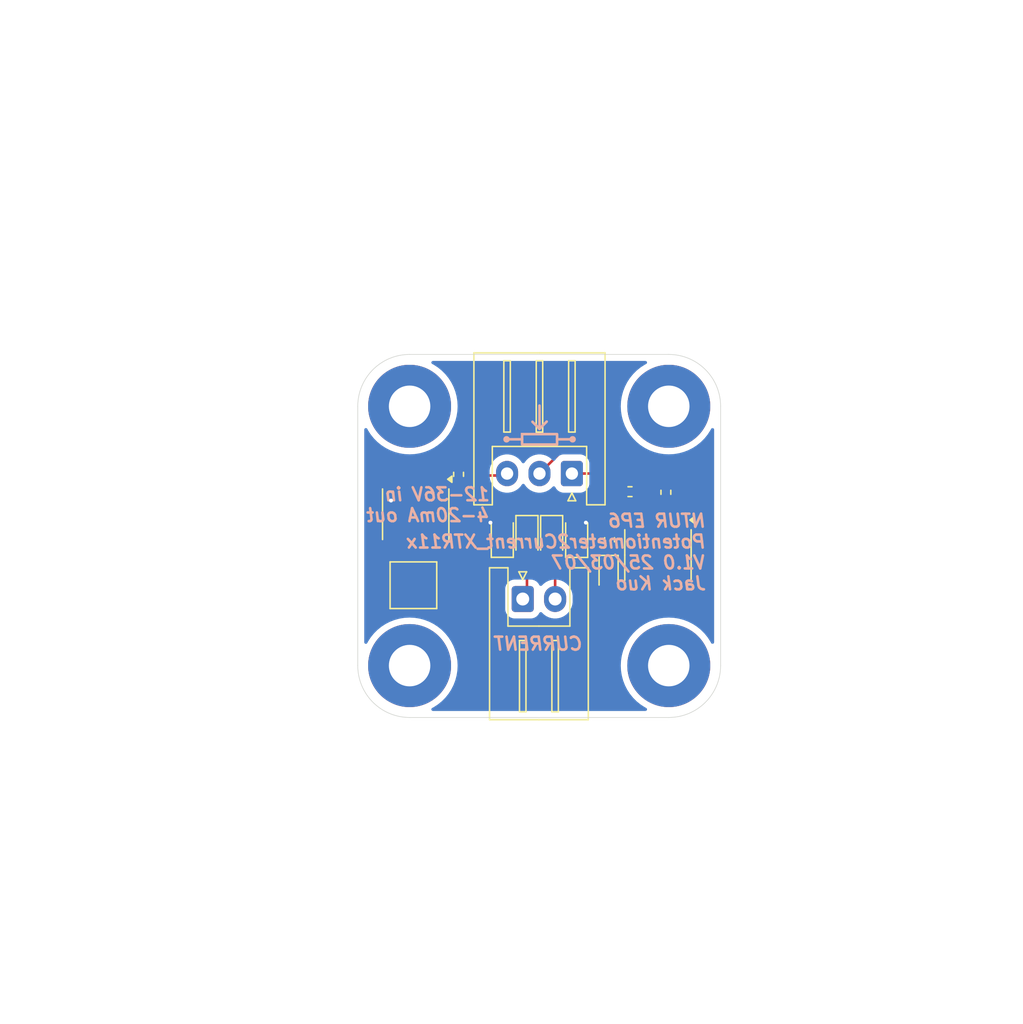
<source format=kicad_pcb>
(kicad_pcb (version 20240108) (generator "pcbnew") (generator_version "8.0")
  (title_block (title "Potentiometer2Current_XTR11x") (date "2025-03-07") (rev "1.0") (company "NTURacing") (comment 1 "Jack Kuo"))
  (layers (0 "F.Cu" signal) (31 "B.Cu" signal) (34 "B.Paste" user) (35 "F.Paste" user) (36 "B.SilkS" user "B.Silkscreen") (37 "F.SilkS" user "F.Silkscreen") (38 "B.Mask" user) (39 "F.Mask" user) (44 "Edge.Cuts" user))
  (net 0 "")
  (net 1 "GND")
  (net 2 "Net-(D1-K)")
  (net 3 "VCC")
  (net 4 "Net-(D3-A)")
  (net 5 "Net-(Q2-E)")
  (net 6 "Net-(Q2-B)")
  (net 7 "Net-(U1A--)")
  (net 11 "Net-(U1C-V-)")
  (net 24 "Net-(U3-VREF)")
  (net 25 "Net-(U3-IIN)")
  (net 26 "Net-(J2-Pin_3)")
  (net 27 "Net-(J2-Pin_1)")
  (net 28 "Net-(J2-Pin_2)")
  (net 29 "Net-(D5-A)")
  (net 30 "Net-(D5-K)")
  (footprint "Resistor_SMD:R_0402_1005Metric" (layer "F.Cu") (at 144.1958 84.9864 90)
    (property "Reference" "R3" (hide yes))
    (property "Value" "10k")
    (fp_line (start -0.153641 -0.38) (end 0.153641 -0.38) (stroke (width 0.12)) (layer "F.SilkS"))
    (fp_line (start -0.153641 0.38) (end 0.153641 0.38) (stroke (width 0.12)) (layer "F.SilkS"))
    (pad "1" smd roundrect (at -0.51 0 90) (size 0.54 0.64) (layers "F.Cu" "F.Paste" "F.Mask") (net 7 "Net-(U1A--)"))
    (pad "2" smd roundrect (at 0.51 0 90) (size 0.54 0.64) (layers "F.Cu" "F.Paste" "F.Mask") (net 25 "Net-(U3-IIN)"))
  )
  (footprint "Resistor_SMD:R_0402_1005Metric" (layer "F.Cu") (at 128.2 83.6 90)
    (property "Reference" "R2" (hide yes))
    (property "Value" "1k")
    (fp_line (start -0.153641 -0.38) (end 0.153641 -0.38) (stroke (width 0.12)) (layer "F.SilkS"))
    (fp_line (start -0.153641 0.38) (end 0.153641 0.38) (stroke (width 0.12)) (layer "F.SilkS"))
    (pad "1" smd roundrect (at -0.51 0 90) (size 0.54 0.64) (layers "F.Cu" "F.Paste" "F.Mask") (net 24 "Net-(U3-VREF)"))
    (pad "2" smd roundrect (at 0.51 0 90) (size 0.54 0.64) (layers "F.Cu" "F.Paste" "F.Mask") (net 26 "Net-(J2-Pin_3)"))
  )
  (footprint "MountingHole:MountingHole_3.2mm_M3_Pad_TopBottom" (layer "F.Cu") (at 124.4201 98.3541)
    (property "Reference" "H2" (hide yes))
    (property "Value" "MountingHole_Pad")
    (pad "1" thru_hole circle (at 0 0) (size 3.6 3.6) (drill 3.2) (layers "*.Cu" "*.Mask"))
    (pad "1" connect circle (at 0 0) (size 6.4 6.4) (layers "F.Cu" "F.Mask"))
    (pad "1" connect circle (at 0 0) (size 6.4 6.4) (layers "B.Cu" "B.Mask"))
  )
  (footprint "MountingHole:MountingHole_3.2mm_M3_Pad_TopBottom" (layer "F.Cu") (at 144.4201 78.3541)
    (property "Reference" "H4" (hide yes))
    (property "Value" "MountingHole_Pad")
    (pad "1" thru_hole circle (at 0 0) (size 3.6 3.6) (drill 3.2) (layers "*.Cu" "*.Mask"))
    (pad "1" connect circle (at 0 0) (size 6.4 6.4) (layers "F.Cu" "F.Mask"))
    (pad "1" connect circle (at 0 0) (size 6.4 6.4) (layers "B.Cu" "B.Mask"))
  )
  (footprint "Diode_SMD:D_SOD-323" (layer "F.Cu") (at 135.382 88.392 -90)
    (property "Reference" "D2" (hide yes))
    (property "Value" "1N4148")
    (fp_line (start -1.61 0.85) (end 1.05 0.85) (stroke (width 0.12)) (layer "F.SilkS"))
    (fp_line (start -1.61 -0.85) (end -1.61 0.85) (stroke (width 0.12)) (layer "F.SilkS"))
    (fp_line (start -1.61 -0.85) (end 1.05 -0.85) (stroke (width 0.12)) (layer "F.SilkS"))
    (pad "1" smd roundrect (at -1.05 0 270) (size 0.6 0.45) (layers "F.Cu" "F.Paste" "F.Mask") (net 3 "VCC"))
    (pad "2" smd roundrect (at 1.05 0 270) (size 0.6 0.45) (layers "F.Cu" "F.Paste" "F.Mask") (net 2 "Net-(D1-K)"))
  )
  (footprint "Diode_SMD:D_SOD-323" (layer "F.Cu") (at 133.477 88.392 -90)
    (property "Reference" "D3" (hide yes))
    (property "Value" "1N4148")
    (fp_line (start -1.61 0.85) (end 1.05 0.85) (stroke (width 0.12)) (layer "F.SilkS"))
    (fp_line (start -1.61 -0.85) (end -1.61 0.85) (stroke (width 0.12)) (layer "F.SilkS"))
    (fp_line (start -1.61 -0.85) (end 1.05 -0.85) (stroke (width 0.12)) (layer "F.SilkS"))
    (pad "1" smd roundrect (at -1.05 0 270) (size 0.6 0.45) (layers "F.Cu" "F.Paste" "F.Mask") (net 3 "VCC"))
    (pad "2" smd roundrect (at 1.05 0 270) (size 0.6 0.45) (layers "F.Cu" "F.Paste" "F.Mask") (net 4 "Net-(D3-A)"))
  )
  (footprint "LED_SMD:LED_0603_1608Metric" (layer "F.Cu") (at 139.7762 91.3384 -90)
    (property "Reference" "D5" (hide yes))
    (property "Value" "LED")
    (fp_line (start -1.485 0.735) (end 0.8 0.735) (stroke (width 0.12)) (layer "F.SilkS"))
    (fp_line (start -1.485 -0.735) (end -1.485 0.735) (stroke (width 0.12)) (layer "F.SilkS"))
    (fp_line (start 0.8 -0.735) (end -1.485 -0.735) (stroke (width 0.12)) (layer "F.SilkS"))
    (pad "1" smd roundrect (at -0.7875 0 270) (size 0.875 0.95) (layers "F.Cu" "F.Paste" "F.Mask") (net 30 "Net-(D5-K)"))
    (pad "2" smd roundrect (at 0.7875 0 270) (size 0.875 0.95) (layers "F.Cu" "F.Paste" "F.Mask") (net 29 "Net-(D5-A)"))
  )
  (footprint "Diode_SMD:D_SOD-323" (layer "F.Cu") (at 131.572 88.392 90)
    (property "Reference" "D4" (hide yes))
    (property "Value" "1N4148")
    (fp_line (start -1.61 -0.85) (end 1.05 -0.85) (stroke (width 0.12)) (layer "F.SilkS"))
    (fp_line (start -1.61 -0.85) (end -1.61 0.85) (stroke (width 0.12)) (layer "F.SilkS"))
    (fp_line (start -1.61 0.85) (end 1.05 0.85) (stroke (width 0.12)) (layer "F.SilkS"))
    (pad "1" smd roundrect (at -1.05 0 90) (size 0.6 0.45) (layers "F.Cu" "F.Paste" "F.Mask") (net 4 "Net-(D3-A)"))
    (pad "2" smd roundrect (at 1.05 0 90) (size 0.6 0.45) (layers "F.Cu" "F.Paste" "F.Mask") (net 1 "GND"))
  )
  (footprint "MountingHole:MountingHole_3.2mm_M3_Pad_TopBottom" (layer "F.Cu") (at 124.4201 78.3541)
    (property "Reference" "H1" (hide yes))
    (property "Value" "MountingHole_Pad")
    (pad "1" thru_hole circle (at 0 0) (size 3.6 3.6) (drill 3.2) (layers "*.Cu" "*.Mask"))
    (pad "1" connect circle (at 0 0) (size 6.4 6.4) (layers "F.Cu" "F.Mask"))
    (pad "1" connect circle (at 0 0) (size 6.4 6.4) (layers "B.Cu" "B.Mask"))
  )
  (footprint "Package_SO:SOIC-8_3.9x4.9mm_P1.27mm" (layer "F.Cu") (at 124.8918 86.679 -90)
    (property "Reference" "U3" (hide yes))
    (property "Value" "XTR116U")
    (fp_line (start 0 2.56) (end -1.95 2.56) (stroke (width 0.12)) (layer "F.SilkS"))
    (fp_line (start 0 2.56) (end 1.95 2.56) (stroke (width 0.12)) (layer "F.SilkS"))
    (fp_line (start 0 -2.56) (end -1.95 -2.56) (stroke (width 0.12)) (layer "F.SilkS"))
    (fp_line (start 0 -2.56) (end 1.95 -2.56) (stroke (width 0.12)) (layer "F.SilkS"))
    (fp_poly (pts (xy -2.7 -2.465) (xy -2.94 -2.795) (xy -2.46 -2.795) (xy -2.7 -2.465)) (stroke (width 0.12)) (fill solid) (layer "F.SilkS"))
    (pad "1" smd roundrect (at -2.475 -1.905 270) (size 1.95 0.6) (layers "F.Cu" "F.Paste" "F.Mask") (net 24 "Net-(U3-VREF)"))
    (pad "2" smd roundrect (at -2.475 -0.635 270) (size 1.95 0.6) (layers "F.Cu" "F.Paste" "F.Mask") (net 25 "Net-(U3-IIN)"))
    (pad "3" smd roundrect (at -2.475 0.635 270) (size 1.95 0.6) (layers "F.Cu" "F.Paste" "F.Mask") (net 11 "Net-(U1C-V-)"))
    (pad "4" smd roundrect (at -2.475 1.905 270) (size 1.95 0.6) (layers "F.Cu" "F.Paste" "F.Mask") (net 1 "GND"))
    (pad "5" smd roundrect (at 2.475 1.905 270) (size 1.95 0.6) (layers "F.Cu" "F.Paste" "F.Mask") (net 5 "Net-(Q2-E)"))
    (pad "6" smd roundrect (at 2.475 0.635 270) (size 1.95 0.6) (layers "F.Cu" "F.Paste" "F.Mask") (net 6 "Net-(Q2-B)"))
    (pad "7" smd roundrect (at 2.475 -0.635 270) (size 1.95 0.6) (layers "F.Cu" "F.Paste" "F.Mask") (net 3 "VCC"))
    (pad "8" smd roundrect (at 2.475 -1.905 270) (size 1.95 0.6) (layers "F.Cu" "F.Paste" "F.Mask") (net 29 "Net-(D5-A)"))
  )
  (footprint "Connector_JST:JST_XH_S2B-XH-A_1x02_P2.50mm_Horizontal" (layer "F.Cu") (at 133.1501 93.218)
    (property "Reference" "J1" (hide yes))
    (property "Value" "current")
    (fp_line (start -2.56 -2.41) (end -1.14 -2.41) (stroke (width 0.12)) (layer "F.SilkS"))
    (fp_line (start -2.56 9.31) (end -2.56 -2.41) (stroke (width 0.12)) (layer "F.SilkS"))
    (fp_line (start -1.14 -2.41) (end -1.14 2.09) (stroke (width 0.12)) (layer "F.SilkS"))
    (fp_line (start -1.14 2.09) (end 1.25 2.09) (stroke (width 0.12)) (layer "F.SilkS"))
    (fp_line (start -0.3 -2.1) (end 0.3 -2.1) (stroke (width 0.12)) (layer "F.SilkS"))
    (fp_line (start -0.25 3.2) (end -0.25 8.7) (stroke (width 0.12)) (layer "F.SilkS"))
    (fp_line (start -0.25 8.7) (end 0.25 8.7) (stroke (width 0.12)) (layer "F.SilkS"))
    (fp_line (start 0 -1.5) (end -0.3 -2.1) (stroke (width 0.12)) (layer "F.SilkS"))
    (fp_line (start 0.25 3.2) (end -0.25 3.2) (stroke (width 0.12)) (layer "F.SilkS"))
    (fp_line (start 0.25 8.7) (end 0.25 3.2) (stroke (width 0.12)) (layer "F.SilkS"))
    (fp_line (start 0.3 -2.1) (end 0 -1.5) (stroke (width 0.12)) (layer "F.SilkS"))
    (fp_line (start 1.25 9.31) (end -2.56 9.31) (stroke (width 0.12)) (layer "F.SilkS"))
    (fp_line (start 1.25 9.31) (end 5.06 9.31) (stroke (width 0.12)) (layer "F.SilkS"))
    (fp_line (start 2.25 3.2) (end 2.25 8.7) (stroke (width 0.12)) (layer "F.SilkS"))
    (fp_line (start 2.25 8.7) (end 2.75 8.7) (stroke (width 0.12)) (layer "F.SilkS"))
    (fp_line (start 2.75 3.2) (end 2.25 3.2) (stroke (width 0.12)) (layer "F.SilkS"))
    (fp_line (start 2.75 8.7) (end 2.75 3.2) (stroke (width 0.12)) (layer "F.SilkS"))
    (fp_line (start 3.64 -2.41) (end 3.64 2.09) (stroke (width 0.12)) (layer "F.SilkS"))
    (fp_line (start 3.64 2.09) (end 1.25 2.09) (stroke (width 0.12)) (layer "F.SilkS"))
    (fp_line (start 5.06 -2.41) (end 3.64 -2.41) (stroke (width 0.12)) (layer "F.SilkS"))
    (fp_line (start 5.06 9.31) (end 5.06 -2.41) (stroke (width 0.12)) (layer "F.SilkS"))
    (pad "1" thru_hole roundrect (at 0 0) (size 1.7 2) (drill 1) (layers "*.Cu" "*.Mask") (roundrect_rratio 0.147059) (net 4 "Net-(D3-A)"))
    (pad "2" thru_hole oval (at 2.5 0) (size 1.7 2) (drill 1) (layers "*.Cu" "*.Mask") (net 2 "Net-(D1-K)"))
  )
  (footprint "Diode_SMD:D_SOD-323" (layer "F.Cu") (at 137.3124 88.4006 90)
    (property "Reference" "D1" (hide yes))
    (property "Value" "1N4148")
    (fp_line (start -1.61 -0.85) (end 1.05 -0.85) (stroke (width 0.12)) (layer "F.SilkS"))
    (fp_line (start -1.61 -0.85) (end -1.61 0.85) (stroke (width 0.12)) (layer "F.SilkS"))
    (fp_line (start -1.61 0.85) (end 1.05 0.85) (stroke (width 0.12)) (layer "F.SilkS"))
    (pad "1" smd roundrect (at -1.05 0 90) (size 0.6 0.45) (layers "F.Cu" "F.Paste" "F.Mask") (net 2 "Net-(D1-K)"))
    (pad "2" smd roundrect (at 1.05 0 90) (size 0.6 0.45) (layers "F.Cu" "F.Paste" "F.Mask") (net 1 "GND"))
  )
  (footprint "Resistor_SMD:R_0402_1005Metric" (layer "F.Cu") (at 141.4272 84.9376)
    (property "Reference" "R1" (hide yes))
    (property "Value" "1k")
    (fp_line (start -0.153641 -0.38) (end 0.153641 -0.38) (stroke (width 0.12)) (layer "F.SilkS"))
    (fp_line (start -0.153641 0.38) (end 0.153641 0.38) (stroke (width 0.12)) (layer "F.SilkS"))
    (pad "1" smd roundrect (at -0.51 0) (size 0.54 0.64) (layers "F.Cu" "F.Paste" "F.Mask") (net 27 "Net-(J2-Pin_1)"))
    (pad "2" smd roundrect (at 0.51 0) (size 0.54 0.64) (layers "F.Cu" "F.Paste" "F.Mask") (net 11 "Net-(U1C-V-)"))
  )
  (footprint "Resistor_SMD:R_0402_1005Metric" (layer "F.Cu") (at 139.8524 88.646 90)
    (property "Reference" "R4" (hide yes))
    (property "Value" "220R")
    (fp_line (start -0.153641 -0.38) (end 0.153641 -0.38) (stroke (width 0.12)) (layer "F.SilkS"))
    (fp_line (start -0.153641 0.38) (end 0.153641 0.38) (stroke (width 0.12)) (layer "F.SilkS"))
    (pad "1" smd roundrect (at -0.51 0 90) (size 0.54 0.64) (layers "F.Cu" "F.Paste" "F.Mask") (net 30 "Net-(D5-K)"))
    (pad "2" smd roundrect (at 0.51 0 90) (size 0.54 0.64) (layers "F.Cu" "F.Paste" "F.Mask") (net 11 "Net-(U1C-V-)"))
  )
  (footprint "Package_SO:SOIC-8_3.9x4.9mm_P1.27mm" (layer "F.Cu") (at 143.5862 89.8256 -90)
    (property "Reference" "U1" (hide yes))
    (property "Value" "LM358")
    (fp_line (start 0 2.56) (end -1.95 2.56) (stroke (width 0.12)) (layer "F.SilkS"))
    (fp_line (start 0 2.56) (end 1.95 2.56) (stroke (width 0.12)) (layer "F.SilkS"))
    (fp_line (start 0 -2.56) (end -1.95 -2.56) (stroke (width 0.12)) (layer "F.SilkS"))
    (fp_line (start 0 -2.56) (end 1.95 -2.56) (stroke (width 0.12)) (layer "F.SilkS"))
    (fp_poly (pts (xy -2.7 -2.465) (xy -2.94 -2.795) (xy -2.46 -2.795) (xy -2.7 -2.465)) (stroke (width 0.12)) (fill solid) (layer "F.SilkS"))
    (pad "1" smd roundrect (at -2.475 -1.905 270) (size 1.95 0.6) (layers "F.Cu" "F.Paste" "F.Mask") (net 7 "Net-(U1A--)"))
    (pad "2" smd roundrect (at -2.475 -0.635 270) (size 1.95 0.6) (layers "F.Cu" "F.Paste" "F.Mask") (net 7 "Net-(U1A--)"))
    (pad "3" smd roundrect (at -2.475 0.635 270) (size 1.95 0.6) (layers "F.Cu" "F.Paste" "F.Mask") (net 28 "Net-(J2-Pin_2)"))
    (pad "4" smd roundrect (at -2.475 1.905 270) (size 1.95 0.6) (layers "F.Cu" "F.Paste" "F.Mask") (net 11 "Net-(U1C-V-)"))
    (pad "5" smd roundrect (at 2.475 1.905 270) (size 1.95 0.6) (layers "F.Cu" "F.Paste" "F.Mask"))
    (pad "6" smd roundrect (at 2.475 0.635 270) (size 1.95 0.6) (layers "F.Cu" "F.Paste" "F.Mask"))
    (pad "7" smd roundrect (at 2.475 -0.635 270) (size 1.95 0.6) (layers "F.Cu" "F.Paste" "F.Mask"))
    (pad "8" smd roundrect (at 2.475 -1.905 270) (size 1.95 0.6) (layers "F.Cu" "F.Paste" "F.Mask") (net 29 "Net-(D5-A)"))
  )
  (footprint "PCM_Package_TO_SOT_SMD_AKL:SOT-23" (layer "F.Cu") (at 124.714 92.1542)
    (property "Reference" "Q2" (hide yes))
    (property "Value" "MMBT2222A" (hide yes))
    (fp_line (start -1.8 -1.8) (end -1.8 1.8) (stroke (width 0.12)) (layer "F.SilkS"))
    (fp_line (start -1.8 1.8) (end 1.8 1.8) (stroke (width 0.12)) (layer "F.SilkS"))
    (fp_line (start 1.8 -1.8) (end -1.8 -1.8) (stroke (width 0.12)) (layer "F.SilkS"))
    (fp_line (start 1.8 1.8) (end 1.8 -1.8) (stroke (width 0.12)) (layer "F.SilkS"))
    (pad "1" smd roundrect (at -1 -0.95) (size 0.9 0.8) (layers "F.Cu" "F.Paste" "F.Mask") (net 6 "Net-(Q2-B)"))
    (pad "2" smd roundrect (at -1 0.95) (size 0.9 0.8) (layers "F.Cu" "F.Paste" "F.Mask") (net 5 "Net-(Q2-E)"))
    (pad "3" smd roundrect (at 1 0) (size 0.9 0.8) (layers "F.Cu" "F.Paste" "F.Mask") (net 3 "VCC"))
  )
  (footprint "Connector_JST:JST_XH_S3B-XH-A_1x03_P2.50mm_Horizontal" (layer "F.Cu") (at 136.9422 83.5406 180)
    (property "Reference" "J2" (hide yes))
    (property "Value" "potentiometer")
    (fp_line (start 7.56 9.31) (end 7.56 -2.41) (stroke (width 0.12)) (layer "F.SilkS"))
    (fp_line (start 7.56 -2.41) (end 6.14 -2.41) (stroke (width 0.12)) (layer "F.SilkS"))
    (fp_line (start 6.14 2.09) (end 2.5 2.09) (stroke (width 0.12)) (layer "F.SilkS"))
    (fp_line (start 6.14 -2.41) (end 6.14 2.09) (stroke (width 0.12)) (layer "F.SilkS"))
    (fp_line (start 5.25 8.7) (end 5.25 3.2) (stroke (width 0.12)) (layer "F.SilkS"))
    (fp_line (start 5.25 3.2) (end 4.75 3.2) (stroke (width 0.12)) (layer "F.SilkS"))
    (fp_line (start 4.75 8.7) (end 5.25 8.7) (stroke (width 0.12)) (layer "F.SilkS"))
    (fp_line (start 4.75 3.2) (end 4.75 8.7) (stroke (width 0.12)) (layer "F.SilkS"))
    (fp_line (start 2.75 8.7) (end 2.75 3.2) (stroke (width 0.12)) (layer "F.SilkS"))
    (fp_line (start 2.75 3.2) (end 2.25 3.2) (stroke (width 0.12)) (layer "F.SilkS"))
    (fp_line (start 2.5 9.31) (end 7.56 9.31) (stroke (width 0.12)) (layer "F.SilkS"))
    (fp_line (start 2.5 9.31) (end -2.56 9.31) (stroke (width 0.12)) (layer "F.SilkS"))
    (fp_line (start 2.25 8.7) (end 2.75 8.7) (stroke (width 0.12)) (layer "F.SilkS"))
    (fp_line (start 2.25 3.2) (end 2.25 8.7) (stroke (width 0.12)) (layer "F.SilkS"))
    (fp_line (start 0.3 -2.1) (end 0 -1.5) (stroke (width 0.12)) (layer "F.SilkS"))
    (fp_line (start 0.25 8.7) (end 0.25 3.2) (stroke (width 0.12)) (layer "F.SilkS"))
    (fp_line (start 0.25 3.2) (end -0.25 3.2) (stroke (width 0.12)) (layer "F.SilkS"))
    (fp_line (start 0 -1.5) (end -0.3 -2.1) (stroke (width 0.12)) (layer "F.SilkS"))
    (fp_line (start -0.25 8.7) (end 0.25 8.7) (stroke (width 0.12)) (layer "F.SilkS"))
    (fp_line (start -0.25 3.2) (end -0.25 8.7) (stroke (width 0.12)) (layer "F.SilkS"))
    (fp_line (start -0.3 -2.1) (end 0.3 -2.1) (stroke (width 0.12)) (layer "F.SilkS"))
    (fp_line (start -1.14 2.09) (end 2.5 2.09) (stroke (width 0.12)) (layer "F.SilkS"))
    (fp_line (start -1.14 -2.41) (end -1.14 2.09) (stroke (width 0.12)) (layer "F.SilkS"))
    (fp_line (start -2.56 9.31) (end -2.56 -2.41) (stroke (width 0.12)) (layer "F.SilkS"))
    (fp_line (start -2.56 -2.41) (end -1.14 -2.41) (stroke (width 0.12)) (layer "F.SilkS"))
    (pad "1" thru_hole roundrect (at 0 0 180) (size 1.7 1.95) (drill 0.95) (layers "*.Cu" "*.Mask") (roundrect_rratio 0.147059) (net 27 "Net-(J2-Pin_1)"))
    (pad "2" thru_hole oval (at 2.5 0 180) (size 1.7 1.95) (drill 0.95) (layers "*.Cu" "*.Mask") (net 28 "Net-(J2-Pin_2)"))
    (pad "3" thru_hole oval (at 5 0 180) (size 1.7 1.95) (drill 0.95) (layers "*.Cu" "*.Mask") (net 26 "Net-(J2-Pin_3)"))
  )
  (footprint "MountingHole:MountingHole_3.2mm_M3_Pad_TopBottom" (layer "F.Cu") (at 144.4201 98.3541)
    (property "Reference" "H3" (hide yes))
    (property "Value" "MountingHole_Pad")
    (pad "1" thru_hole circle (at 0 0) (size 3.6 3.6) (drill 3.2) (layers "*.Cu" "*.Mask"))
    (pad "1" connect circle (at 0 0) (size 6.4 6.4) (layers "F.Cu" "F.Mask"))
    (pad "1" connect circle (at 0 0) (size 6.4 6.4) (layers "B.Cu" "B.Mask"))
  )
  (gr_line (start 137 80.9) (end 135.8 80.9) (stroke (width 0.2)) (layer "B.SilkS"))
  (gr_rect (start 133.1 80.5) (end 135.8 81.3) (stroke (width 0.2)) (fill none) (layer "B.SilkS"))
  (gr_circle (center 131.9 80.9) (end 131.9 80.7) (stroke (width 0.1)) (fill solid) (layer "B.SilkS"))
  (gr_line (start 134.4422 78.3) (end 134.4422 80.0906) (stroke (width 0.2)) (layer "B.SilkS"))
  (gr_line (start 133.1 80.9) (end 131.9 80.9) (stroke (width 0.2)) (layer "B.SilkS"))
  (gr_circle (center 137 80.9) (end 137 80.7) (stroke (width 0.1)) (fill solid) (layer "B.SilkS"))
  (gr_line (start 134.4422 80.0906) (end 133.9 79.5484) (stroke (width 0.2)) (layer "B.SilkS"))
  (gr_line (start 134.4422 80.0906) (end 135 79.5328) (stroke (width 0.2)) (layer "B.SilkS"))
  (gr_arc (start 144.4201 74.3541) (mid 147.248527 75.525673) (end 148.4201 78.3541) (stroke (width 0.05)) (layer "Edge.Cuts"))
  (gr_line (start 144.4201 74.3541) (end 124.4201 74.3541) (stroke (width 0.05)) (layer "Edge.Cuts"))
  (gr_line (start 120.4201 78.3541) (end 120.4201 98.3541) (stroke (width 0.05)) (layer "Edge.Cuts"))
  (gr_arc (start 148.4201 98.3541) (mid 147.248527 101.182527) (end 144.4201 102.3541) (stroke (width 0.05)) (layer "Edge.Cuts"))
  (gr_line (start 144.4201 102.3541) (end 124.4201 102.3541) (stroke (width 0.05)) (layer "Edge.Cuts"))
  (gr_arc (start 120.4201 78.3541) (mid 121.591673 75.525673) (end 124.4201 74.3541) (stroke (width 0.05)) (layer "Edge.Cuts"))
  (gr_line (start 148.4201 78.3541) (end 148.4201 98.3541) (stroke (width 0.05)) (layer "Edge.Cuts"))
  (gr_arc (start 124.4201 102.3541) (mid 121.591673 101.182527) (end 120.4201 98.3541) (stroke (width 0.05)) (layer "Edge.Cuts"))
  (gr_text "CURRENT" (at 134.4001 96.668 0) (layer "B.SilkS") (effects (font (size 1 1) (thickness 0.2) (bold yes) (italic yes)) (justify mirror)))
  (gr_text "NTUR EP6\nPotentiometer2Current_XTR11x\nV1.0 25/03/07\nJack Kuo" (at 147.4 92.6 0) (layer "B.SilkS") (effects (font (size 1 1) (thickness 0.2) (bold yes) (italic yes)) (justify left bottom mirror)))
  (gr_text "12-36V in\n4-20mA out" (at 130.722 87.342 0) (layer "B.SilkS") (effects (font (size 1 1) (thickness 0.2) (bold yes) (italic yes)) (justify left bottom mirror)))
  (segment (start 122.9868 85.6234) (end 122.9868 84.204) (width 0.2) (layer "F.Cu") (net 1))
  (segment (start 131.572 87.342) (end 130.6744 87.342) (width 0.2) (layer "F.Cu") (net 1))
  (segment (start 130.6744 87.342) (end 130.6576 87.3252) (width 0.2) (layer "F.Cu") (net 1))
  (segment (start 137.3124 87.3506) (end 137.9982 87.3506) (width 0.2) (layer "F.Cu") (net 1))
  (segment (start 137.9982 87.3506) (end 138.0236 87.3252) (width 0.2) (layer "F.Cu") (net 1))
  (via (at 138.0236 87.3252) (size 0.6) (drill 0.3) (layers "F.Cu" "B.Cu") (net 1))
  (via (at 130.6576 87.3252) (size 0.6) (drill 0.3) (layers "F.Cu" "B.Cu") (net 1))
  (via (at 122.9868 85.6234) (size 0.6) (drill 0.3) (layers "F.Cu" "B.Cu") (net 1))
  (segment (start 135.382 89.442) (end 137.3038 89.442) (width 0.2) (layer "F.Cu") (net 2))
  (segment (start 135.6501 93.218) (end 135.6501 89.7101) (width 0.2) (layer "F.Cu") (net 2))
  (segment (start 137.3038 89.442) (end 137.3124 89.4506) (width 0.2) (layer "F.Cu") (net 2))
  (segment (start 135.6501 89.7101) (end 135.382 89.442) (width 0.2) (layer "F.Cu") (net 2))
  (segment (start 125.5268 88.179001) (end 126.253601 87.4522) (width 0.2) (layer "F.Cu") (net 3))
  (segment (start 133.477 87.342) (end 135.382 87.342) (width 0.2) (layer "F.Cu") (net 3))
  (segment (start 132.0038 88.392) (end 133.0538 87.342) (width 0.2) (layer "F.Cu") (net 3))
  (segment (start 125.714 89.3412) (end 125.5268 89.154) (width 0.2) (layer "F.Cu") (net 3))
  (segment (start 126.253601 87.4522) (end 127.9652 87.4522) (width 0.2) (layer "F.Cu") (net 3))
  (segment (start 128.905 88.392) (end 132.0038 88.392) (width 0.2) (layer "F.Cu") (net 3))
  (segment (start 133.0538 87.342) (end 133.477 87.342) (width 0.2) (layer "F.Cu") (net 3))
  (segment (start 125.714 92.1542) (end 125.714 89.3412) (width 0.2) (layer "F.Cu") (net 3))
  (segment (start 125.5268 89.154) (end 125.5268 88.179001) (width 0.2) (layer "F.Cu") (net 3))
  (segment (start 127.9652 87.4522) (end 128.905 88.392) (width 0.2) (layer "F.Cu") (net 3))
  (segment (start 133.477 89.442) (end 133.477 92.8911) (width 0.2) (layer "F.Cu") (net 4))
  (segment (start 133.477 92.8911) (end 133.1501 93.218) (width 0.2) (layer "F.Cu") (net 4))
  (segment (start 133.477 89.442) (end 131.572 89.442) (width 0.2) (layer "F.Cu") (net 4))
  (segment (start 122.686801 89.453999) (end 122.9868 89.154) (width 0.2) (layer "F.Cu") (net 5))
  (segment (start 122.686801 92.077001) (end 122.686801 89.453999) (width 0.2) (layer "F.Cu") (net 5))
  (segment (start 123.714 93.1042) (end 122.686801 92.077001) (width 0.2) (layer "F.Cu") (net 5))
  (segment (start 123.714 91.2042) (end 123.714 89.6968) (width 0.2) (layer "F.Cu") (net 6))
  (segment (start 123.714 89.6968) (end 124.2568 89.154) (width 0.2) (layer "F.Cu") (net 6))
  (segment (start 144.2212 87.3506) (end 145.4912 87.3506) (width 0.2) (layer "F.Cu") (net 7))
  (segment (start 144.1958 85.4964) (end 144.1958 87.3252) (width 0.2) (layer "F.Cu") (net 7))
  (segment (start 144.1958 87.3252) (end 144.2212 87.3506) (width 0.2) (layer "F.Cu") (net 7))
  (segment (start 124.2568 84.204) (end 124.2568 85.178999) (width 0.2) (layer "F.Cu") (net 11))
  (segment (start 140.1826 85.852) (end 141.6812 87.3506) (width 0.2) (layer "F.Cu") (net 11))
  (segment (start 124.2568 85.178999) (end 124.929801 85.852) (width 0.2) (layer "F.Cu") (net 11))
  (segment (start 140.8958 88.136) (end 141.6812 87.3506) (width 0.2) (layer "F.Cu") (net 11))
  (segment (start 124.929801 85.852) (end 140.1826 85.852) (width 0.2) (layer "F.Cu") (net 11))
  (segment (start 141.9372 84.9376) (end 141.9372 87.0946) (width 0.2) (layer "F.Cu") (net 11))
  (segment (start 141.9372 87.0946) (end 141.6812 87.3506) (width 0.2) (layer "F.Cu") (net 11))
  (segment (start 139.8524 88.136) (end 140.8958 88.136) (width 0.2) (layer "F.Cu") (net 11))
  (segment (start 126.7968 84.204) (end 127.2316 84.204) (width 0.2) (layer "F.Cu") (net 24))
  (segment (start 127.2316 84.204) (end 127.3256 84.11) (width 0.2) (layer "F.Cu") (net 24))
  (segment (start 127.3256 84.11) (end 128.2 84.11) (width 0.2) (layer "F.Cu") (net 24))
  (segment (start 140.3898 80.6704) (end 144.1958 84.4764) (width 0.2) (layer "F.Cu") (net 25))
  (segment (start 128.085401 80.6704) (end 140.3898 80.6704) (width 0.2) (layer "F.Cu") (net 25))
  (segment (start 125.5268 84.204) (end 125.5268 83.229001) (width 0.2) (layer "F.Cu") (net 25))
  (segment (start 125.5268 83.229001) (end 128.085401 80.6704) (width 0.2) (layer "F.Cu") (net 25))
  (segment (start 131.7918 83.691) (end 131.9422 83.5406) (width 0.2) (layer "F.Cu") (net 26))
  (segment (start 128.2 83.09) (end 128.801 83.691) (width 0.2) (layer "F.Cu") (net 26))
  (segment (start 128.801 83.691) (end 131.7918 83.691) (width 0.2) (layer "F.Cu") (net 26))
  (segment (start 136.9422 83.5406) (end 139.5202 83.5406) (width 0.2) (layer "F.Cu") (net 27))
  (segment (start 139.5202 83.5406) (end 140.9172 84.9376) (width 0.2) (layer "F.Cu") (net 27))
  (segment (start 140.208 81.7626) (end 142.9512 84.5058) (width 0.2) (layer "F.Cu") (net 28))
  (segment (start 136.2202 81.7626) (end 140.208 81.7626) (width 0.2) (layer "F.Cu") (net 28))
  (segment (start 134.4422 83.5406) (end 136.2202 81.7626) (width 0.2) (layer "F.Cu") (net 28))
  (segment (start 142.9512 84.5058) (end 142.9512 87.3506) (width 0.2) (layer "F.Cu") (net 28))
  (segment (start 126.7968 91.2114) (end 131.191 95.6056) (width 0.2) (layer "F.Cu") (net 29))
  (segment (start 145.4912 91.955048) (end 145.4912 92.3006) (width 0.2) (layer "F.Cu") (net 29))
  (segment (start 126.7968 89.154) (end 126.7968 91.2114) (width 0.2) (layer "F.Cu") (net 29))
  (segment (start 141.9352 90.0938) (end 143.629952 90.0938) (width 0.2) (layer "F.Cu") (net 29))
  (segment (start 131.191 95.6056) (end 136.4234 95.6056) (width 0.2) (layer "F.Cu") (net 29))
  (segment (start 136.4234 95.6056) (end 141.9352 90.0938) (width 0.2) (layer "F.Cu") (net 29))
  (segment (start 143.629952 90.0938) (end 145.4912 91.955048) (width 0.2) (layer "F.Cu") (net 29))
  (segment (start 139.8524 89.156) (end 139.8524 90.4747) (width 0.2) (layer "F.Cu") (net 30))
  (segment (start 139.8524 90.4747) (end 139.7762 90.5509) (width 0.2) (layer "F.Cu") (net 30))
  (zone (net 1) (net_name "GND") (layer "B.Cu") (connect_pads (clearance 0.5)) (min_thickness 0.25) (fill yes (thermal_gap 0.5) (thermal_bridge_width 0.5))
    (polygon (pts (xy 97.8154 47.5488) (xy 171.7548 47.0154) (xy 167.1066 125.2982) (xy 92.8116 125.984)))
  )
)
</source>
